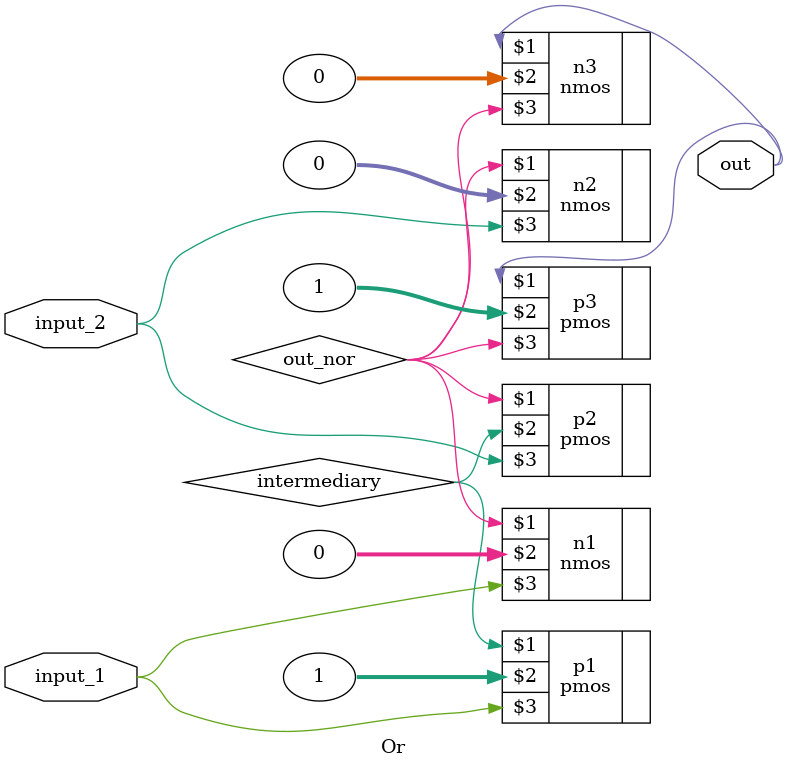
<source format=v>
module Or(input_1, input_2, out);
	input input_1;
	input input_2;
	output out;

	wire input_1;
	wire input_2;
	wire out;
	
	wire intermediary;	
	wire our_nor;

	nmos n1(out_nor, 0, input_1);
	nmos n2(out_nor, 0, input_2);
	
	pmos p1(intermediary, 1, input_1);
	pmos p2(out_nor, intermediary, input_2);
	
	nmos n3(out, 0, out_nor);
	pmos p3(out, 1, out_nor);
endmodule

</source>
